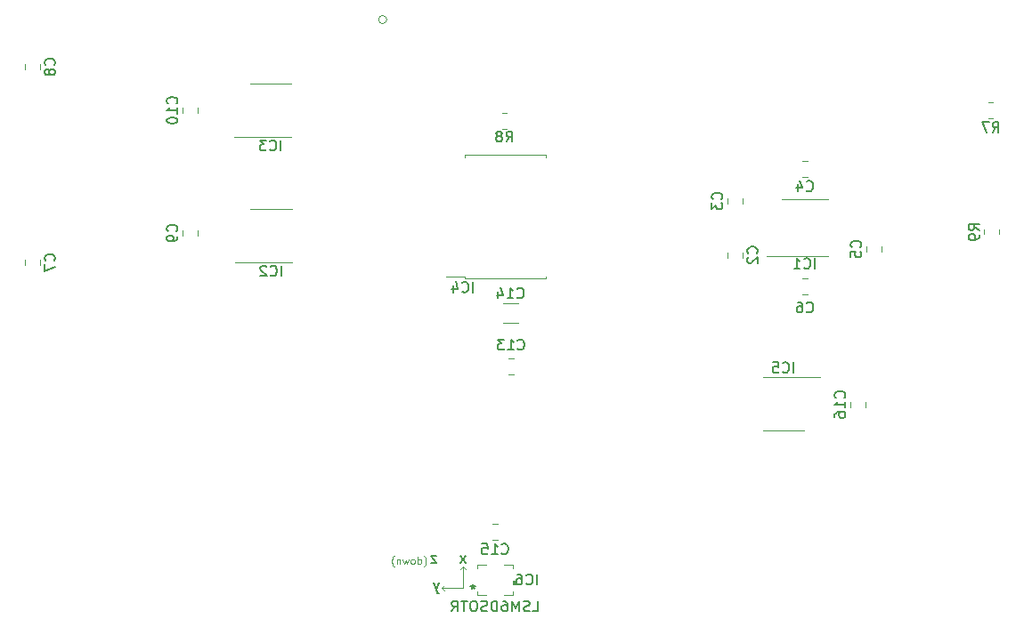
<source format=gbo>
G04 #@! TF.GenerationSoftware,KiCad,Pcbnew,(5.1.9-0-10_14)*
G04 #@! TF.CreationDate,2022-08-09T16:59:01-07:00*
G04 #@! TF.ProjectId,telemetry-pcb,74656c65-6d65-4747-9279-2d7063622e6b,rev?*
G04 #@! TF.SameCoordinates,Original*
G04 #@! TF.FileFunction,Legend,Bot*
G04 #@! TF.FilePolarity,Positive*
%FSLAX46Y46*%
G04 Gerber Fmt 4.6, Leading zero omitted, Abs format (unit mm)*
G04 Created by KiCad (PCBNEW (5.1.9-0-10_14)) date 2022-08-09 16:59:01*
%MOMM*%
%LPD*%
G01*
G04 APERTURE LIST*
%ADD10C,0.100000*%
%ADD11C,0.150000*%
%ADD12C,0.120000*%
G04 APERTURE END LIST*
D10*
X131193093Y-120238424D02*
X131226427Y-120205091D01*
X131293093Y-120105091D01*
X131326427Y-120038424D01*
X131359760Y-119938424D01*
X131393093Y-119771757D01*
X131393093Y-119638424D01*
X131359760Y-119471757D01*
X131326427Y-119371757D01*
X131293093Y-119305091D01*
X131226427Y-119205091D01*
X131193093Y-119171757D01*
X130626427Y-119971757D02*
X130626427Y-119271757D01*
X130626427Y-119938424D02*
X130693093Y-119971757D01*
X130826427Y-119971757D01*
X130893093Y-119938424D01*
X130926427Y-119905091D01*
X130959760Y-119838424D01*
X130959760Y-119638424D01*
X130926427Y-119571757D01*
X130893093Y-119538424D01*
X130826427Y-119505091D01*
X130693093Y-119505091D01*
X130626427Y-119538424D01*
X130193093Y-119971757D02*
X130259760Y-119938424D01*
X130293093Y-119905091D01*
X130326427Y-119838424D01*
X130326427Y-119638424D01*
X130293093Y-119571757D01*
X130259760Y-119538424D01*
X130193093Y-119505091D01*
X130093093Y-119505091D01*
X130026427Y-119538424D01*
X129993093Y-119571757D01*
X129959760Y-119638424D01*
X129959760Y-119838424D01*
X129993093Y-119905091D01*
X130026427Y-119938424D01*
X130093093Y-119971757D01*
X130193093Y-119971757D01*
X129726427Y-119505091D02*
X129593093Y-119971757D01*
X129459760Y-119638424D01*
X129326427Y-119971757D01*
X129193093Y-119505091D01*
X128926427Y-119505091D02*
X128926427Y-119971757D01*
X128926427Y-119571757D02*
X128893093Y-119538424D01*
X128826427Y-119505091D01*
X128726427Y-119505091D01*
X128659760Y-119538424D01*
X128626427Y-119605091D01*
X128626427Y-119971757D01*
X128359760Y-120238424D02*
X128326427Y-120205091D01*
X128259760Y-120105091D01*
X128226427Y-120038424D01*
X128193093Y-119938424D01*
X128159760Y-119771757D01*
X128159760Y-119638424D01*
X128193093Y-119471757D01*
X128226427Y-119371757D01*
X128259760Y-119305091D01*
X128326427Y-119205091D01*
X128359760Y-119171757D01*
D11*
X132367304Y-119229214D02*
X131843495Y-119229214D01*
X132367304Y-119895880D01*
X131843495Y-119895880D01*
X132597495Y-121769214D02*
X132359400Y-122435880D01*
X132121304Y-121769214D02*
X132359400Y-122435880D01*
X132454638Y-122673976D01*
X132502257Y-122721595D01*
X132597495Y-122769214D01*
X135161304Y-119895880D02*
X134637495Y-119229214D01*
X135161304Y-119229214D02*
X134637495Y-119895880D01*
D12*
X133121400Y-122491500D02*
X132867400Y-122237500D01*
X133121400Y-121983500D02*
X132867400Y-122237500D01*
X134899400Y-122237500D02*
X132867400Y-122237500D01*
X134899400Y-120205500D02*
X135153400Y-120459500D01*
X134645400Y-120459500D02*
X134899400Y-120205500D01*
X134899400Y-122237500D02*
X134899400Y-120205500D01*
X127660400Y-68135500D02*
G75*
G03*
X127660400Y-68135500I-381000J0D01*
G01*
X109726400Y-88194248D02*
X109726400Y-88716752D01*
X108256400Y-88194248D02*
X108256400Y-88716752D01*
X184456400Y-88124936D02*
X184456400Y-88579064D01*
X185926400Y-88124936D02*
X185926400Y-88579064D01*
X184860836Y-77506500D02*
X185314964Y-77506500D01*
X184860836Y-76036500D02*
X185314964Y-76036500D01*
X139086964Y-78522500D02*
X138632836Y-78522500D01*
X139086964Y-77052500D02*
X138632836Y-77052500D01*
D10*
G36*
X139903200Y-121916000D02*
G01*
X139903200Y-121534999D01*
X139649200Y-121534999D01*
X139649200Y-121916000D01*
X139903200Y-121916000D01*
G37*
X139903200Y-121916000D02*
X139903200Y-121534999D01*
X139649200Y-121534999D01*
X139649200Y-121916000D01*
X139903200Y-121916000D01*
D12*
X137080620Y-122897900D02*
X136271000Y-122897900D01*
X139623800Y-122592282D02*
X139623800Y-122897900D01*
X138814180Y-120053100D02*
X139623800Y-120053100D01*
X136271000Y-120358718D02*
X136271000Y-120053100D01*
X136271000Y-122897900D02*
X136271000Y-122592282D01*
X139623800Y-122897900D02*
X138814180Y-122897900D01*
X139623800Y-120053100D02*
X139623800Y-120358718D01*
X136271000Y-120053100D02*
X137080620Y-120053100D01*
X165379400Y-102151500D02*
X168829400Y-102151500D01*
X165379400Y-102151500D02*
X163429400Y-102151500D01*
X165379400Y-107271500D02*
X167329400Y-107271500D01*
X165379400Y-107271500D02*
X163429400Y-107271500D01*
X135103400Y-92571500D02*
X133288400Y-92571500D01*
X135103400Y-92816500D02*
X135103400Y-92571500D01*
X138963400Y-92816500D02*
X135103400Y-92816500D01*
X142823400Y-92816500D02*
X142823400Y-92571500D01*
X138963400Y-92816500D02*
X142823400Y-92816500D01*
X135103400Y-81046500D02*
X135103400Y-81291500D01*
X138963400Y-81046500D02*
X135103400Y-81046500D01*
X142823400Y-81046500D02*
X142823400Y-81291500D01*
X138963400Y-81046500D02*
X142823400Y-81046500D01*
X116611400Y-79331500D02*
X113161400Y-79331500D01*
X116611400Y-79331500D02*
X118561400Y-79331500D01*
X116611400Y-74211500D02*
X114661400Y-74211500D01*
X116611400Y-74211500D02*
X118561400Y-74211500D01*
X116673400Y-91257500D02*
X113223400Y-91257500D01*
X116673400Y-91257500D02*
X118623400Y-91257500D01*
X116673400Y-86137500D02*
X114723400Y-86137500D01*
X116673400Y-86137500D02*
X118623400Y-86137500D01*
X167411400Y-90682500D02*
X163811400Y-90682500D01*
X167411400Y-90682500D02*
X169611400Y-90682500D01*
X167411400Y-85212500D02*
X165211400Y-85212500D01*
X167411400Y-85212500D02*
X169611400Y-85212500D01*
X173226400Y-104516248D02*
X173226400Y-105038752D01*
X171756400Y-104516248D02*
X171756400Y-105038752D01*
X137686148Y-116168500D02*
X138208652Y-116168500D01*
X137686148Y-117638500D02*
X138208652Y-117638500D01*
X140133652Y-96985500D02*
X138711148Y-96985500D01*
X140133652Y-95165500D02*
X138711148Y-95165500D01*
X139210148Y-100420500D02*
X139732652Y-100420500D01*
X139210148Y-101890500D02*
X139732652Y-101890500D01*
X109726400Y-76510248D02*
X109726400Y-77032752D01*
X108256400Y-76510248D02*
X108256400Y-77032752D01*
X93270400Y-72902752D02*
X93270400Y-72380248D01*
X94740400Y-72902752D02*
X94740400Y-72380248D01*
X93270400Y-91510752D02*
X93270400Y-90988248D01*
X94740400Y-91510752D02*
X94740400Y-90988248D01*
X167672652Y-94270500D02*
X167150148Y-94270500D01*
X167672652Y-92800500D02*
X167150148Y-92800500D01*
X174750400Y-89718248D02*
X174750400Y-90240752D01*
X173280400Y-89718248D02*
X173280400Y-90240752D01*
X167150148Y-81624500D02*
X167672652Y-81624500D01*
X167150148Y-83094500D02*
X167672652Y-83094500D01*
X161542400Y-85146248D02*
X161542400Y-85668752D01*
X160072400Y-85146248D02*
X160072400Y-85668752D01*
X160072400Y-90814752D02*
X160072400Y-90292248D01*
X161542400Y-90814752D02*
X161542400Y-90292248D01*
D11*
X107668542Y-88288833D02*
X107716161Y-88241214D01*
X107763780Y-88098357D01*
X107763780Y-88003119D01*
X107716161Y-87860261D01*
X107620923Y-87765023D01*
X107525685Y-87717404D01*
X107335209Y-87669785D01*
X107192352Y-87669785D01*
X107001876Y-87717404D01*
X106906638Y-87765023D01*
X106811400Y-87860261D01*
X106763780Y-88003119D01*
X106763780Y-88098357D01*
X106811400Y-88241214D01*
X106859019Y-88288833D01*
X107763780Y-88765023D02*
X107763780Y-88955500D01*
X107716161Y-89050738D01*
X107668542Y-89098357D01*
X107525685Y-89193595D01*
X107335209Y-89241214D01*
X106954257Y-89241214D01*
X106859019Y-89193595D01*
X106811400Y-89145976D01*
X106763780Y-89050738D01*
X106763780Y-88860261D01*
X106811400Y-88765023D01*
X106859019Y-88717404D01*
X106954257Y-88669785D01*
X107192352Y-88669785D01*
X107287590Y-88717404D01*
X107335209Y-88765023D01*
X107382828Y-88860261D01*
X107382828Y-89050738D01*
X107335209Y-89145976D01*
X107287590Y-89193595D01*
X107192352Y-89241214D01*
X183993780Y-88185333D02*
X183517590Y-87852000D01*
X183993780Y-87613904D02*
X182993780Y-87613904D01*
X182993780Y-87994857D01*
X183041400Y-88090095D01*
X183089019Y-88137714D01*
X183184257Y-88185333D01*
X183327114Y-88185333D01*
X183422352Y-88137714D01*
X183469971Y-88090095D01*
X183517590Y-87994857D01*
X183517590Y-87613904D01*
X183993780Y-88661523D02*
X183993780Y-88852000D01*
X183946161Y-88947238D01*
X183898542Y-88994857D01*
X183755685Y-89090095D01*
X183565209Y-89137714D01*
X183184257Y-89137714D01*
X183089019Y-89090095D01*
X183041400Y-89042476D01*
X182993780Y-88947238D01*
X182993780Y-88756761D01*
X183041400Y-88661523D01*
X183089019Y-88613904D01*
X183184257Y-88566285D01*
X183422352Y-88566285D01*
X183517590Y-88613904D01*
X183565209Y-88661523D01*
X183612828Y-88756761D01*
X183612828Y-88947238D01*
X183565209Y-89042476D01*
X183517590Y-89090095D01*
X183422352Y-89137714D01*
X185254566Y-78873880D02*
X185587900Y-78397690D01*
X185825995Y-78873880D02*
X185825995Y-77873880D01*
X185445042Y-77873880D01*
X185349804Y-77921500D01*
X185302185Y-77969119D01*
X185254566Y-78064357D01*
X185254566Y-78207214D01*
X185302185Y-78302452D01*
X185349804Y-78350071D01*
X185445042Y-78397690D01*
X185825995Y-78397690D01*
X184921233Y-77873880D02*
X184254566Y-77873880D01*
X184683138Y-78873880D01*
X139026566Y-79763880D02*
X139359900Y-79287690D01*
X139597995Y-79763880D02*
X139597995Y-78763880D01*
X139217042Y-78763880D01*
X139121804Y-78811500D01*
X139074185Y-78859119D01*
X139026566Y-78954357D01*
X139026566Y-79097214D01*
X139074185Y-79192452D01*
X139121804Y-79240071D01*
X139217042Y-79287690D01*
X139597995Y-79287690D01*
X138455138Y-79192452D02*
X138550376Y-79144833D01*
X138597995Y-79097214D01*
X138645614Y-79001976D01*
X138645614Y-78954357D01*
X138597995Y-78859119D01*
X138550376Y-78811500D01*
X138455138Y-78763880D01*
X138264661Y-78763880D01*
X138169423Y-78811500D01*
X138121804Y-78859119D01*
X138074185Y-78954357D01*
X138074185Y-79001976D01*
X138121804Y-79097214D01*
X138169423Y-79144833D01*
X138264661Y-79192452D01*
X138455138Y-79192452D01*
X138550376Y-79240071D01*
X138597995Y-79287690D01*
X138645614Y-79382928D01*
X138645614Y-79573404D01*
X138597995Y-79668642D01*
X138550376Y-79716261D01*
X138455138Y-79763880D01*
X138264661Y-79763880D01*
X138169423Y-79716261D01*
X138121804Y-79668642D01*
X138074185Y-79573404D01*
X138074185Y-79382928D01*
X138121804Y-79287690D01*
X138169423Y-79240071D01*
X138264661Y-79192452D01*
X141971590Y-121927880D02*
X141971590Y-120927880D01*
X140923971Y-121832642D02*
X140971590Y-121880261D01*
X141114447Y-121927880D01*
X141209685Y-121927880D01*
X141352542Y-121880261D01*
X141447780Y-121785023D01*
X141495400Y-121689785D01*
X141543019Y-121499309D01*
X141543019Y-121356452D01*
X141495400Y-121165976D01*
X141447780Y-121070738D01*
X141352542Y-120975500D01*
X141209685Y-120927880D01*
X141114447Y-120927880D01*
X140971590Y-120975500D01*
X140923971Y-121023119D01*
X140066828Y-120927880D02*
X140257304Y-120927880D01*
X140352542Y-120975500D01*
X140400161Y-121023119D01*
X140495400Y-121165976D01*
X140543019Y-121356452D01*
X140543019Y-121737404D01*
X140495400Y-121832642D01*
X140447780Y-121880261D01*
X140352542Y-121927880D01*
X140162066Y-121927880D01*
X140066828Y-121880261D01*
X140019209Y-121832642D01*
X139971590Y-121737404D01*
X139971590Y-121499309D01*
X140019209Y-121404071D01*
X140066828Y-121356452D01*
X140162066Y-121308833D01*
X140352542Y-121308833D01*
X140447780Y-121356452D01*
X140495400Y-121404071D01*
X140543019Y-121499309D01*
X141542638Y-124467880D02*
X142018828Y-124467880D01*
X142018828Y-123467880D01*
X141256923Y-124420261D02*
X141114066Y-124467880D01*
X140875971Y-124467880D01*
X140780733Y-124420261D01*
X140733114Y-124372642D01*
X140685495Y-124277404D01*
X140685495Y-124182166D01*
X140733114Y-124086928D01*
X140780733Y-124039309D01*
X140875971Y-123991690D01*
X141066447Y-123944071D01*
X141161685Y-123896452D01*
X141209304Y-123848833D01*
X141256923Y-123753595D01*
X141256923Y-123658357D01*
X141209304Y-123563119D01*
X141161685Y-123515500D01*
X141066447Y-123467880D01*
X140828352Y-123467880D01*
X140685495Y-123515500D01*
X140256923Y-124467880D02*
X140256923Y-123467880D01*
X139923590Y-124182166D01*
X139590257Y-123467880D01*
X139590257Y-124467880D01*
X138685495Y-123467880D02*
X138875971Y-123467880D01*
X138971209Y-123515500D01*
X139018828Y-123563119D01*
X139114066Y-123705976D01*
X139161685Y-123896452D01*
X139161685Y-124277404D01*
X139114066Y-124372642D01*
X139066447Y-124420261D01*
X138971209Y-124467880D01*
X138780733Y-124467880D01*
X138685495Y-124420261D01*
X138637876Y-124372642D01*
X138590257Y-124277404D01*
X138590257Y-124039309D01*
X138637876Y-123944071D01*
X138685495Y-123896452D01*
X138780733Y-123848833D01*
X138971209Y-123848833D01*
X139066447Y-123896452D01*
X139114066Y-123944071D01*
X139161685Y-124039309D01*
X138161685Y-124467880D02*
X138161685Y-123467880D01*
X137923590Y-123467880D01*
X137780733Y-123515500D01*
X137685495Y-123610738D01*
X137637876Y-123705976D01*
X137590257Y-123896452D01*
X137590257Y-124039309D01*
X137637876Y-124229785D01*
X137685495Y-124325023D01*
X137780733Y-124420261D01*
X137923590Y-124467880D01*
X138161685Y-124467880D01*
X137209304Y-124420261D02*
X137066447Y-124467880D01*
X136828352Y-124467880D01*
X136733114Y-124420261D01*
X136685495Y-124372642D01*
X136637876Y-124277404D01*
X136637876Y-124182166D01*
X136685495Y-124086928D01*
X136733114Y-124039309D01*
X136828352Y-123991690D01*
X137018828Y-123944071D01*
X137114066Y-123896452D01*
X137161685Y-123848833D01*
X137209304Y-123753595D01*
X137209304Y-123658357D01*
X137161685Y-123563119D01*
X137114066Y-123515500D01*
X137018828Y-123467880D01*
X136780733Y-123467880D01*
X136637876Y-123515500D01*
X136018828Y-123467880D02*
X135828352Y-123467880D01*
X135733114Y-123515500D01*
X135637876Y-123610738D01*
X135590257Y-123801214D01*
X135590257Y-124134547D01*
X135637876Y-124325023D01*
X135733114Y-124420261D01*
X135828352Y-124467880D01*
X136018828Y-124467880D01*
X136114066Y-124420261D01*
X136209304Y-124325023D01*
X136256923Y-124134547D01*
X136256923Y-123801214D01*
X136209304Y-123610738D01*
X136114066Y-123515500D01*
X136018828Y-123467880D01*
X135304542Y-123467880D02*
X134733114Y-123467880D01*
X135018828Y-124467880D02*
X135018828Y-123467880D01*
X133828352Y-124467880D02*
X134161685Y-123991690D01*
X134399780Y-124467880D02*
X134399780Y-123467880D01*
X134018828Y-123467880D01*
X133923590Y-123515500D01*
X133875971Y-123563119D01*
X133828352Y-123658357D01*
X133828352Y-123801214D01*
X133875971Y-123896452D01*
X133923590Y-123944071D01*
X134018828Y-123991690D01*
X134399780Y-123991690D01*
X135864600Y-121927880D02*
X135864600Y-122165976D01*
X136102695Y-122070738D02*
X135864600Y-122165976D01*
X135626504Y-122070738D01*
X136007457Y-122356452D02*
X135864600Y-122165976D01*
X135721742Y-122356452D01*
X135864600Y-121927880D02*
X135864600Y-122165976D01*
X136102695Y-122070738D02*
X135864600Y-122165976D01*
X135626504Y-122070738D01*
X136007457Y-122356452D02*
X135864600Y-122165976D01*
X135721742Y-122356452D01*
X166355590Y-101763880D02*
X166355590Y-100763880D01*
X165307971Y-101668642D02*
X165355590Y-101716261D01*
X165498447Y-101763880D01*
X165593685Y-101763880D01*
X165736542Y-101716261D01*
X165831780Y-101621023D01*
X165879400Y-101525785D01*
X165927019Y-101335309D01*
X165927019Y-101192452D01*
X165879400Y-101001976D01*
X165831780Y-100906738D01*
X165736542Y-100811500D01*
X165593685Y-100763880D01*
X165498447Y-100763880D01*
X165355590Y-100811500D01*
X165307971Y-100859119D01*
X164403209Y-100763880D02*
X164879400Y-100763880D01*
X164927019Y-101240071D01*
X164879400Y-101192452D01*
X164784161Y-101144833D01*
X164546066Y-101144833D01*
X164450828Y-101192452D01*
X164403209Y-101240071D01*
X164355590Y-101335309D01*
X164355590Y-101573404D01*
X164403209Y-101668642D01*
X164450828Y-101716261D01*
X164546066Y-101763880D01*
X164784161Y-101763880D01*
X164879400Y-101716261D01*
X164927019Y-101668642D01*
X135875590Y-94103880D02*
X135875590Y-93103880D01*
X134827971Y-94008642D02*
X134875590Y-94056261D01*
X135018447Y-94103880D01*
X135113685Y-94103880D01*
X135256542Y-94056261D01*
X135351780Y-93961023D01*
X135399400Y-93865785D01*
X135447019Y-93675309D01*
X135447019Y-93532452D01*
X135399400Y-93341976D01*
X135351780Y-93246738D01*
X135256542Y-93151500D01*
X135113685Y-93103880D01*
X135018447Y-93103880D01*
X134875590Y-93151500D01*
X134827971Y-93199119D01*
X133970828Y-93437214D02*
X133970828Y-94103880D01*
X134208923Y-93056261D02*
X134447019Y-93770547D01*
X133827971Y-93770547D01*
X117587590Y-80623880D02*
X117587590Y-79623880D01*
X116539971Y-80528642D02*
X116587590Y-80576261D01*
X116730447Y-80623880D01*
X116825685Y-80623880D01*
X116968542Y-80576261D01*
X117063780Y-80481023D01*
X117111400Y-80385785D01*
X117159019Y-80195309D01*
X117159019Y-80052452D01*
X117111400Y-79861976D01*
X117063780Y-79766738D01*
X116968542Y-79671500D01*
X116825685Y-79623880D01*
X116730447Y-79623880D01*
X116587590Y-79671500D01*
X116539971Y-79719119D01*
X116206638Y-79623880D02*
X115587590Y-79623880D01*
X115920923Y-80004833D01*
X115778066Y-80004833D01*
X115682828Y-80052452D01*
X115635209Y-80100071D01*
X115587590Y-80195309D01*
X115587590Y-80433404D01*
X115635209Y-80528642D01*
X115682828Y-80576261D01*
X115778066Y-80623880D01*
X116063780Y-80623880D01*
X116159019Y-80576261D01*
X116206638Y-80528642D01*
X117649590Y-92549880D02*
X117649590Y-91549880D01*
X116601971Y-92454642D02*
X116649590Y-92502261D01*
X116792447Y-92549880D01*
X116887685Y-92549880D01*
X117030542Y-92502261D01*
X117125780Y-92407023D01*
X117173400Y-92311785D01*
X117221019Y-92121309D01*
X117221019Y-91978452D01*
X117173400Y-91787976D01*
X117125780Y-91692738D01*
X117030542Y-91597500D01*
X116887685Y-91549880D01*
X116792447Y-91549880D01*
X116649590Y-91597500D01*
X116601971Y-91645119D01*
X116221019Y-91645119D02*
X116173400Y-91597500D01*
X116078161Y-91549880D01*
X115840066Y-91549880D01*
X115744828Y-91597500D01*
X115697209Y-91645119D01*
X115649590Y-91740357D01*
X115649590Y-91835595D01*
X115697209Y-91978452D01*
X116268638Y-92549880D01*
X115649590Y-92549880D01*
X168387590Y-91849880D02*
X168387590Y-90849880D01*
X167339971Y-91754642D02*
X167387590Y-91802261D01*
X167530447Y-91849880D01*
X167625685Y-91849880D01*
X167768542Y-91802261D01*
X167863780Y-91707023D01*
X167911400Y-91611785D01*
X167959019Y-91421309D01*
X167959019Y-91278452D01*
X167911400Y-91087976D01*
X167863780Y-90992738D01*
X167768542Y-90897500D01*
X167625685Y-90849880D01*
X167530447Y-90849880D01*
X167387590Y-90897500D01*
X167339971Y-90945119D01*
X166387590Y-91849880D02*
X166959019Y-91849880D01*
X166673304Y-91849880D02*
X166673304Y-90849880D01*
X166768542Y-90992738D01*
X166863780Y-91087976D01*
X166959019Y-91135595D01*
X171168542Y-104134642D02*
X171216161Y-104087023D01*
X171263780Y-103944166D01*
X171263780Y-103848928D01*
X171216161Y-103706071D01*
X171120923Y-103610833D01*
X171025685Y-103563214D01*
X170835209Y-103515595D01*
X170692352Y-103515595D01*
X170501876Y-103563214D01*
X170406638Y-103610833D01*
X170311400Y-103706071D01*
X170263780Y-103848928D01*
X170263780Y-103944166D01*
X170311400Y-104087023D01*
X170359019Y-104134642D01*
X171263780Y-105087023D02*
X171263780Y-104515595D01*
X171263780Y-104801309D02*
X170263780Y-104801309D01*
X170406638Y-104706071D01*
X170501876Y-104610833D01*
X170549495Y-104515595D01*
X170263780Y-105944166D02*
X170263780Y-105753690D01*
X170311400Y-105658452D01*
X170359019Y-105610833D01*
X170501876Y-105515595D01*
X170692352Y-105467976D01*
X171073304Y-105467976D01*
X171168542Y-105515595D01*
X171216161Y-105563214D01*
X171263780Y-105658452D01*
X171263780Y-105848928D01*
X171216161Y-105944166D01*
X171168542Y-105991785D01*
X171073304Y-106039404D01*
X170835209Y-106039404D01*
X170739971Y-105991785D01*
X170692352Y-105944166D01*
X170644733Y-105848928D01*
X170644733Y-105658452D01*
X170692352Y-105563214D01*
X170739971Y-105515595D01*
X170835209Y-105467976D01*
X138590257Y-118940642D02*
X138637876Y-118988261D01*
X138780733Y-119035880D01*
X138875971Y-119035880D01*
X139018828Y-118988261D01*
X139114066Y-118893023D01*
X139161685Y-118797785D01*
X139209304Y-118607309D01*
X139209304Y-118464452D01*
X139161685Y-118273976D01*
X139114066Y-118178738D01*
X139018828Y-118083500D01*
X138875971Y-118035880D01*
X138780733Y-118035880D01*
X138637876Y-118083500D01*
X138590257Y-118131119D01*
X137637876Y-119035880D02*
X138209304Y-119035880D01*
X137923590Y-119035880D02*
X137923590Y-118035880D01*
X138018828Y-118178738D01*
X138114066Y-118273976D01*
X138209304Y-118321595D01*
X136733114Y-118035880D02*
X137209304Y-118035880D01*
X137256923Y-118512071D01*
X137209304Y-118464452D01*
X137114066Y-118416833D01*
X136875971Y-118416833D01*
X136780733Y-118464452D01*
X136733114Y-118512071D01*
X136685495Y-118607309D01*
X136685495Y-118845404D01*
X136733114Y-118940642D01*
X136780733Y-118988261D01*
X136875971Y-119035880D01*
X137114066Y-119035880D01*
X137209304Y-118988261D01*
X137256923Y-118940642D01*
X140065257Y-94582642D02*
X140112876Y-94630261D01*
X140255733Y-94677880D01*
X140350971Y-94677880D01*
X140493828Y-94630261D01*
X140589066Y-94535023D01*
X140636685Y-94439785D01*
X140684304Y-94249309D01*
X140684304Y-94106452D01*
X140636685Y-93915976D01*
X140589066Y-93820738D01*
X140493828Y-93725500D01*
X140350971Y-93677880D01*
X140255733Y-93677880D01*
X140112876Y-93725500D01*
X140065257Y-93773119D01*
X139112876Y-94677880D02*
X139684304Y-94677880D01*
X139398590Y-94677880D02*
X139398590Y-93677880D01*
X139493828Y-93820738D01*
X139589066Y-93915976D01*
X139684304Y-93963595D01*
X138255733Y-94011214D02*
X138255733Y-94677880D01*
X138493828Y-93630261D02*
X138731923Y-94344547D01*
X138112876Y-94344547D01*
X140114257Y-99480642D02*
X140161876Y-99528261D01*
X140304733Y-99575880D01*
X140399971Y-99575880D01*
X140542828Y-99528261D01*
X140638066Y-99433023D01*
X140685685Y-99337785D01*
X140733304Y-99147309D01*
X140733304Y-99004452D01*
X140685685Y-98813976D01*
X140638066Y-98718738D01*
X140542828Y-98623500D01*
X140399971Y-98575880D01*
X140304733Y-98575880D01*
X140161876Y-98623500D01*
X140114257Y-98671119D01*
X139161876Y-99575880D02*
X139733304Y-99575880D01*
X139447590Y-99575880D02*
X139447590Y-98575880D01*
X139542828Y-98718738D01*
X139638066Y-98813976D01*
X139733304Y-98861595D01*
X138828542Y-98575880D02*
X138209495Y-98575880D01*
X138542828Y-98956833D01*
X138399971Y-98956833D01*
X138304733Y-99004452D01*
X138257114Y-99052071D01*
X138209495Y-99147309D01*
X138209495Y-99385404D01*
X138257114Y-99480642D01*
X138304733Y-99528261D01*
X138399971Y-99575880D01*
X138685685Y-99575880D01*
X138780923Y-99528261D01*
X138828542Y-99480642D01*
X107668542Y-76128642D02*
X107716161Y-76081023D01*
X107763780Y-75938166D01*
X107763780Y-75842928D01*
X107716161Y-75700071D01*
X107620923Y-75604833D01*
X107525685Y-75557214D01*
X107335209Y-75509595D01*
X107192352Y-75509595D01*
X107001876Y-75557214D01*
X106906638Y-75604833D01*
X106811400Y-75700071D01*
X106763780Y-75842928D01*
X106763780Y-75938166D01*
X106811400Y-76081023D01*
X106859019Y-76128642D01*
X107763780Y-77081023D02*
X107763780Y-76509595D01*
X107763780Y-76795309D02*
X106763780Y-76795309D01*
X106906638Y-76700071D01*
X107001876Y-76604833D01*
X107049495Y-76509595D01*
X106763780Y-77700071D02*
X106763780Y-77795309D01*
X106811400Y-77890547D01*
X106859019Y-77938166D01*
X106954257Y-77985785D01*
X107144733Y-78033404D01*
X107382828Y-78033404D01*
X107573304Y-77985785D01*
X107668542Y-77938166D01*
X107716161Y-77890547D01*
X107763780Y-77795309D01*
X107763780Y-77700071D01*
X107716161Y-77604833D01*
X107668542Y-77557214D01*
X107573304Y-77509595D01*
X107382828Y-77461976D01*
X107144733Y-77461976D01*
X106954257Y-77509595D01*
X106859019Y-77557214D01*
X106811400Y-77604833D01*
X106763780Y-77700071D01*
X96042542Y-72474833D02*
X96090161Y-72427214D01*
X96137780Y-72284357D01*
X96137780Y-72189119D01*
X96090161Y-72046261D01*
X95994923Y-71951023D01*
X95899685Y-71903404D01*
X95709209Y-71855785D01*
X95566352Y-71855785D01*
X95375876Y-71903404D01*
X95280638Y-71951023D01*
X95185400Y-72046261D01*
X95137780Y-72189119D01*
X95137780Y-72284357D01*
X95185400Y-72427214D01*
X95233019Y-72474833D01*
X95566352Y-73046261D02*
X95518733Y-72951023D01*
X95471114Y-72903404D01*
X95375876Y-72855785D01*
X95328257Y-72855785D01*
X95233019Y-72903404D01*
X95185400Y-72951023D01*
X95137780Y-73046261D01*
X95137780Y-73236738D01*
X95185400Y-73331976D01*
X95233019Y-73379595D01*
X95328257Y-73427214D01*
X95375876Y-73427214D01*
X95471114Y-73379595D01*
X95518733Y-73331976D01*
X95566352Y-73236738D01*
X95566352Y-73046261D01*
X95613971Y-72951023D01*
X95661590Y-72903404D01*
X95756828Y-72855785D01*
X95947304Y-72855785D01*
X96042542Y-72903404D01*
X96090161Y-72951023D01*
X96137780Y-73046261D01*
X96137780Y-73236738D01*
X96090161Y-73331976D01*
X96042542Y-73379595D01*
X95947304Y-73427214D01*
X95756828Y-73427214D01*
X95661590Y-73379595D01*
X95613971Y-73331976D01*
X95566352Y-73236738D01*
X96042542Y-91082833D02*
X96090161Y-91035214D01*
X96137780Y-90892357D01*
X96137780Y-90797119D01*
X96090161Y-90654261D01*
X95994923Y-90559023D01*
X95899685Y-90511404D01*
X95709209Y-90463785D01*
X95566352Y-90463785D01*
X95375876Y-90511404D01*
X95280638Y-90559023D01*
X95185400Y-90654261D01*
X95137780Y-90797119D01*
X95137780Y-90892357D01*
X95185400Y-91035214D01*
X95233019Y-91082833D01*
X95137780Y-91416166D02*
X95137780Y-92082833D01*
X96137780Y-91654261D01*
X167578066Y-95924642D02*
X167625685Y-95972261D01*
X167768542Y-96019880D01*
X167863780Y-96019880D01*
X168006638Y-95972261D01*
X168101876Y-95877023D01*
X168149495Y-95781785D01*
X168197114Y-95591309D01*
X168197114Y-95448452D01*
X168149495Y-95257976D01*
X168101876Y-95162738D01*
X168006638Y-95067500D01*
X167863780Y-95019880D01*
X167768542Y-95019880D01*
X167625685Y-95067500D01*
X167578066Y-95115119D01*
X166720923Y-95019880D02*
X166911400Y-95019880D01*
X167006638Y-95067500D01*
X167054257Y-95115119D01*
X167149495Y-95257976D01*
X167197114Y-95448452D01*
X167197114Y-95829404D01*
X167149495Y-95924642D01*
X167101876Y-95972261D01*
X167006638Y-96019880D01*
X166816161Y-96019880D01*
X166720923Y-95972261D01*
X166673304Y-95924642D01*
X166625685Y-95829404D01*
X166625685Y-95591309D01*
X166673304Y-95496071D01*
X166720923Y-95448452D01*
X166816161Y-95400833D01*
X167006638Y-95400833D01*
X167101876Y-95448452D01*
X167149495Y-95496071D01*
X167197114Y-95591309D01*
X172692542Y-89812833D02*
X172740161Y-89765214D01*
X172787780Y-89622357D01*
X172787780Y-89527119D01*
X172740161Y-89384261D01*
X172644923Y-89289023D01*
X172549685Y-89241404D01*
X172359209Y-89193785D01*
X172216352Y-89193785D01*
X172025876Y-89241404D01*
X171930638Y-89289023D01*
X171835400Y-89384261D01*
X171787780Y-89527119D01*
X171787780Y-89622357D01*
X171835400Y-89765214D01*
X171883019Y-89812833D01*
X171787780Y-90717595D02*
X171787780Y-90241404D01*
X172263971Y-90193785D01*
X172216352Y-90241404D01*
X172168733Y-90336642D01*
X172168733Y-90574738D01*
X172216352Y-90669976D01*
X172263971Y-90717595D01*
X172359209Y-90765214D01*
X172597304Y-90765214D01*
X172692542Y-90717595D01*
X172740161Y-90669976D01*
X172787780Y-90574738D01*
X172787780Y-90336642D01*
X172740161Y-90241404D01*
X172692542Y-90193785D01*
X167578066Y-84396642D02*
X167625685Y-84444261D01*
X167768542Y-84491880D01*
X167863780Y-84491880D01*
X168006638Y-84444261D01*
X168101876Y-84349023D01*
X168149495Y-84253785D01*
X168197114Y-84063309D01*
X168197114Y-83920452D01*
X168149495Y-83729976D01*
X168101876Y-83634738D01*
X168006638Y-83539500D01*
X167863780Y-83491880D01*
X167768542Y-83491880D01*
X167625685Y-83539500D01*
X167578066Y-83587119D01*
X166720923Y-83825214D02*
X166720923Y-84491880D01*
X166959019Y-83444261D02*
X167197114Y-84158547D01*
X166578066Y-84158547D01*
X159484542Y-85240833D02*
X159532161Y-85193214D01*
X159579780Y-85050357D01*
X159579780Y-84955119D01*
X159532161Y-84812261D01*
X159436923Y-84717023D01*
X159341685Y-84669404D01*
X159151209Y-84621785D01*
X159008352Y-84621785D01*
X158817876Y-84669404D01*
X158722638Y-84717023D01*
X158627400Y-84812261D01*
X158579780Y-84955119D01*
X158579780Y-85050357D01*
X158627400Y-85193214D01*
X158675019Y-85240833D01*
X158579780Y-85574166D02*
X158579780Y-86193214D01*
X158960733Y-85859880D01*
X158960733Y-86002738D01*
X159008352Y-86097976D01*
X159055971Y-86145595D01*
X159151209Y-86193214D01*
X159389304Y-86193214D01*
X159484542Y-86145595D01*
X159532161Y-86097976D01*
X159579780Y-86002738D01*
X159579780Y-85717023D01*
X159532161Y-85621785D01*
X159484542Y-85574166D01*
X162844542Y-90386833D02*
X162892161Y-90339214D01*
X162939780Y-90196357D01*
X162939780Y-90101119D01*
X162892161Y-89958261D01*
X162796923Y-89863023D01*
X162701685Y-89815404D01*
X162511209Y-89767785D01*
X162368352Y-89767785D01*
X162177876Y-89815404D01*
X162082638Y-89863023D01*
X161987400Y-89958261D01*
X161939780Y-90101119D01*
X161939780Y-90196357D01*
X161987400Y-90339214D01*
X162035019Y-90386833D01*
X162035019Y-90767785D02*
X161987400Y-90815404D01*
X161939780Y-90910642D01*
X161939780Y-91148738D01*
X161987400Y-91243976D01*
X162035019Y-91291595D01*
X162130257Y-91339214D01*
X162225495Y-91339214D01*
X162368352Y-91291595D01*
X162939780Y-90720166D01*
X162939780Y-91339214D01*
M02*

</source>
